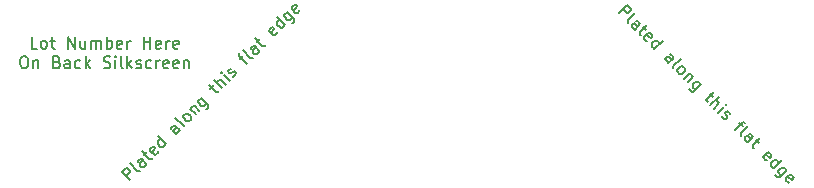
<source format=gbr>
G04 #@! TF.GenerationSoftware,KiCad,Pcbnew,(5.1.12-1-10_14)*
G04 #@! TF.CreationDate,2022-01-17T12:40:03-05:00*
G04 #@! TF.ProjectId,datum,64617475-6d2e-46b6-9963-61645f706362,rev?*
G04 #@! TF.SameCoordinates,Original*
G04 #@! TF.FileFunction,OtherDrawing,Comment*
%FSLAX46Y46*%
G04 Gerber Fmt 4.6, Leading zero omitted, Abs format (unit mm)*
G04 Created by KiCad (PCBNEW (5.1.12-1-10_14)) date 2022-01-17 12:40:03*
%MOMM*%
%LPD*%
G01*
G04 APERTURE LIST*
%ADD10C,0.150000*%
G04 APERTURE END LIST*
D10*
X12130962Y-6258800D02*
X11423855Y-5551693D01*
X11693229Y-5282319D01*
X11794245Y-5248648D01*
X11861588Y-5248648D01*
X11962603Y-5282319D01*
X12063619Y-5383335D01*
X12097290Y-5484350D01*
X12097290Y-5551693D01*
X12063619Y-5652709D01*
X11794245Y-5922083D01*
X12939084Y-5450678D02*
X12838069Y-5484350D01*
X12737054Y-5450678D01*
X12130962Y-4844587D01*
X13511504Y-4878258D02*
X13141115Y-4507869D01*
X13040099Y-4474197D01*
X12939084Y-4507869D01*
X12804397Y-4642556D01*
X12770725Y-4743571D01*
X13477832Y-4844587D02*
X13444161Y-4945602D01*
X13275802Y-5113961D01*
X13174786Y-5147632D01*
X13073771Y-5113961D01*
X13006428Y-5046617D01*
X12972756Y-4945602D01*
X13006428Y-4844587D01*
X13174786Y-4676228D01*
X13208458Y-4575213D01*
X13275802Y-4171151D02*
X13545176Y-3901777D01*
X13141115Y-3834434D02*
X13747206Y-4440526D01*
X13848222Y-4474197D01*
X13949237Y-4440526D01*
X14016580Y-4373182D01*
X14487985Y-3834434D02*
X14454313Y-3935449D01*
X14319626Y-4070136D01*
X14218611Y-4103808D01*
X14117596Y-4070136D01*
X13848222Y-3800762D01*
X13814550Y-3699747D01*
X13848222Y-3598732D01*
X13982909Y-3464045D01*
X14083924Y-3430373D01*
X14184939Y-3464045D01*
X14252283Y-3531388D01*
X13982909Y-3935449D01*
X15161420Y-3228342D02*
X14454313Y-2521236D01*
X15127748Y-3194671D02*
X15094076Y-3295686D01*
X14959389Y-3430373D01*
X14858374Y-3464045D01*
X14791031Y-3464045D01*
X14690015Y-3430373D01*
X14487985Y-3228342D01*
X14454313Y-3127327D01*
X14454313Y-3059984D01*
X14487985Y-2958968D01*
X14622672Y-2824281D01*
X14723687Y-2790610D01*
X16339931Y-2049831D02*
X15969542Y-1679442D01*
X15868527Y-1645770D01*
X15767511Y-1679442D01*
X15632824Y-1814129D01*
X15599153Y-1915144D01*
X16306259Y-2016159D02*
X16272588Y-2117175D01*
X16104229Y-2285533D01*
X16003214Y-2319205D01*
X15902198Y-2285533D01*
X15834855Y-2218190D01*
X15801183Y-2117175D01*
X15834855Y-2016159D01*
X16003214Y-1847801D01*
X16036885Y-1746785D01*
X16777664Y-1612098D02*
X16676649Y-1645770D01*
X16575633Y-1612098D01*
X15969542Y-1006007D01*
X17148053Y-1241709D02*
X17047038Y-1275381D01*
X16979694Y-1275381D01*
X16878679Y-1241709D01*
X16676649Y-1039679D01*
X16642977Y-938663D01*
X16642977Y-871320D01*
X16676649Y-770305D01*
X16777664Y-669289D01*
X16878679Y-635618D01*
X16946023Y-635618D01*
X17047038Y-669289D01*
X17249068Y-871320D01*
X17282740Y-972335D01*
X17282740Y-1039679D01*
X17249068Y-1140694D01*
X17148053Y-1241709D01*
X17215397Y-231557D02*
X17686801Y-702961D01*
X17282740Y-298900D02*
X17282740Y-231557D01*
X17316412Y-130541D01*
X17417427Y-29526D01*
X17518442Y4145D01*
X17619458Y-29526D01*
X17989847Y-399915D01*
X18158206Y711251D02*
X18730625Y138832D01*
X18764297Y37816D01*
X18764297Y-29526D01*
X18730625Y-130541D01*
X18629610Y-231557D01*
X18528595Y-265228D01*
X18595938Y273519D02*
X18562267Y172503D01*
X18427580Y37816D01*
X18326564Y4145D01*
X18259221Y4145D01*
X18158206Y37816D01*
X17956175Y239847D01*
X17922503Y340862D01*
X17922503Y408206D01*
X17956175Y509221D01*
X18090862Y643908D01*
X18191877Y677580D01*
X18932656Y1485702D02*
X19202030Y1755076D01*
X18797969Y1822419D02*
X19404061Y1216328D01*
X19505076Y1182656D01*
X19606091Y1216328D01*
X19673435Y1283671D01*
X19909137Y1519374D02*
X19202030Y2226480D01*
X20212183Y1822419D02*
X19841793Y2192809D01*
X19740778Y2226480D01*
X19639763Y2192809D01*
X19538748Y2091793D01*
X19505076Y1990778D01*
X19505076Y1923435D01*
X20548900Y2159137D02*
X20077496Y2630541D01*
X19841793Y2866244D02*
X19841793Y2798900D01*
X19909137Y2798900D01*
X19909137Y2866244D01*
X19841793Y2866244D01*
X19909137Y2798900D01*
X20818274Y2495854D02*
X20919289Y2529526D01*
X21053976Y2664213D01*
X21087648Y2765228D01*
X21053976Y2866244D01*
X21020305Y2899915D01*
X20919289Y2933587D01*
X20818274Y2899915D01*
X20717259Y2798900D01*
X20616244Y2765228D01*
X20515228Y2798900D01*
X20481557Y2832572D01*
X20447885Y2933587D01*
X20481557Y3034602D01*
X20582572Y3135618D01*
X20683587Y3169289D01*
X21424366Y3977411D02*
X21693740Y4246785D01*
X21996785Y3607022D02*
X21390694Y4213114D01*
X21357022Y4314129D01*
X21390694Y4415144D01*
X21458037Y4482488D01*
X22501862Y4112098D02*
X22400846Y4078427D01*
X22299831Y4112098D01*
X21693740Y4718190D01*
X23074281Y4684518D02*
X22703892Y5054907D01*
X22602877Y5088579D01*
X22501862Y5054907D01*
X22367175Y4920220D01*
X22333503Y4819205D01*
X23040610Y4718190D02*
X23006938Y4617175D01*
X22838579Y4448816D01*
X22737564Y4415144D01*
X22636549Y4448816D01*
X22569205Y4516159D01*
X22535533Y4617175D01*
X22569205Y4718190D01*
X22737564Y4886549D01*
X22771236Y4987564D01*
X22838579Y5391625D02*
X23107953Y5660999D01*
X22703892Y5728342D02*
X23309984Y5122251D01*
X23410999Y5088579D01*
X23512014Y5122251D01*
X23579358Y5189594D01*
X24589510Y6267090D02*
X24555838Y6166075D01*
X24421151Y6031388D01*
X24320136Y5997716D01*
X24219121Y6031388D01*
X23949747Y6300762D01*
X23916075Y6401777D01*
X23949747Y6502793D01*
X24084434Y6637480D01*
X24185449Y6671151D01*
X24286464Y6637480D01*
X24353808Y6570136D01*
X24084434Y6166075D01*
X25262945Y6873182D02*
X24555838Y7580289D01*
X25229274Y6906854D02*
X25195602Y6805838D01*
X25060915Y6671151D01*
X24959900Y6637480D01*
X24892556Y6637480D01*
X24791541Y6671151D01*
X24589510Y6873182D01*
X24555838Y6974197D01*
X24555838Y7041541D01*
X24589510Y7142556D01*
X24724197Y7277243D01*
X24825213Y7310915D01*
X25431304Y7984350D02*
X26003724Y7411930D01*
X26037396Y7310915D01*
X26037396Y7243571D01*
X26003724Y7142556D01*
X25902709Y7041541D01*
X25801693Y7007869D01*
X25869037Y7546617D02*
X25835365Y7445602D01*
X25700678Y7310915D01*
X25599663Y7277243D01*
X25532319Y7277243D01*
X25431304Y7310915D01*
X25229274Y7512945D01*
X25195602Y7613961D01*
X25195602Y7681304D01*
X25229274Y7782319D01*
X25363961Y7917006D01*
X25464976Y7950678D01*
X26475128Y8152709D02*
X26441457Y8051693D01*
X26306770Y7917006D01*
X26205754Y7883335D01*
X26104739Y7917006D01*
X25835365Y8186380D01*
X25801693Y8287396D01*
X25835365Y8388411D01*
X25970052Y8523098D01*
X26071067Y8556770D01*
X26172083Y8523098D01*
X26239426Y8455754D01*
X25970052Y8051693D01*
X4285714Y4872619D02*
X3809523Y4872619D01*
X3809523Y5872619D01*
X4761904Y4872619D02*
X4666666Y4920238D01*
X4619047Y4967857D01*
X4571428Y5063095D01*
X4571428Y5348809D01*
X4619047Y5444047D01*
X4666666Y5491666D01*
X4761904Y5539285D01*
X4904761Y5539285D01*
X5000000Y5491666D01*
X5047619Y5444047D01*
X5095238Y5348809D01*
X5095238Y5063095D01*
X5047619Y4967857D01*
X5000000Y4920238D01*
X4904761Y4872619D01*
X4761904Y4872619D01*
X5380952Y5539285D02*
X5761904Y5539285D01*
X5523809Y5872619D02*
X5523809Y5015476D01*
X5571428Y4920238D01*
X5666666Y4872619D01*
X5761904Y4872619D01*
X6857142Y4872619D02*
X6857142Y5872619D01*
X7428571Y4872619D01*
X7428571Y5872619D01*
X8333333Y5539285D02*
X8333333Y4872619D01*
X7904761Y5539285D02*
X7904761Y5015476D01*
X7952380Y4920238D01*
X8047619Y4872619D01*
X8190476Y4872619D01*
X8285714Y4920238D01*
X8333333Y4967857D01*
X8809523Y4872619D02*
X8809523Y5539285D01*
X8809523Y5444047D02*
X8857142Y5491666D01*
X8952380Y5539285D01*
X9095238Y5539285D01*
X9190476Y5491666D01*
X9238095Y5396428D01*
X9238095Y4872619D01*
X9238095Y5396428D02*
X9285714Y5491666D01*
X9380952Y5539285D01*
X9523809Y5539285D01*
X9619047Y5491666D01*
X9666666Y5396428D01*
X9666666Y4872619D01*
X10142857Y4872619D02*
X10142857Y5872619D01*
X10142857Y5491666D02*
X10238095Y5539285D01*
X10428571Y5539285D01*
X10523809Y5491666D01*
X10571428Y5444047D01*
X10619047Y5348809D01*
X10619047Y5063095D01*
X10571428Y4967857D01*
X10523809Y4920238D01*
X10428571Y4872619D01*
X10238095Y4872619D01*
X10142857Y4920238D01*
X11428571Y4920238D02*
X11333333Y4872619D01*
X11142857Y4872619D01*
X11047619Y4920238D01*
X11000000Y5015476D01*
X11000000Y5396428D01*
X11047619Y5491666D01*
X11142857Y5539285D01*
X11333333Y5539285D01*
X11428571Y5491666D01*
X11476190Y5396428D01*
X11476190Y5301190D01*
X11000000Y5205952D01*
X11904761Y4872619D02*
X11904761Y5539285D01*
X11904761Y5348809D02*
X11952380Y5444047D01*
X12000000Y5491666D01*
X12095238Y5539285D01*
X12190476Y5539285D01*
X13285714Y4872619D02*
X13285714Y5872619D01*
X13285714Y5396428D02*
X13857142Y5396428D01*
X13857142Y4872619D02*
X13857142Y5872619D01*
X14714285Y4920238D02*
X14619047Y4872619D01*
X14428571Y4872619D01*
X14333333Y4920238D01*
X14285714Y5015476D01*
X14285714Y5396428D01*
X14333333Y5491666D01*
X14428571Y5539285D01*
X14619047Y5539285D01*
X14714285Y5491666D01*
X14761904Y5396428D01*
X14761904Y5301190D01*
X14285714Y5205952D01*
X15190476Y4872619D02*
X15190476Y5539285D01*
X15190476Y5348809D02*
X15238095Y5444047D01*
X15285714Y5491666D01*
X15380952Y5539285D01*
X15476190Y5539285D01*
X16190476Y4920238D02*
X16095238Y4872619D01*
X15904761Y4872619D01*
X15809523Y4920238D01*
X15761904Y5015476D01*
X15761904Y5396428D01*
X15809523Y5491666D01*
X15904761Y5539285D01*
X16095238Y5539285D01*
X16190476Y5491666D01*
X16238095Y5396428D01*
X16238095Y5301190D01*
X15761904Y5205952D01*
X3071428Y4222619D02*
X3261904Y4222619D01*
X3357142Y4175000D01*
X3452380Y4079761D01*
X3500000Y3889285D01*
X3500000Y3555952D01*
X3452380Y3365476D01*
X3357142Y3270238D01*
X3261904Y3222619D01*
X3071428Y3222619D01*
X2976190Y3270238D01*
X2880952Y3365476D01*
X2833333Y3555952D01*
X2833333Y3889285D01*
X2880952Y4079761D01*
X2976190Y4175000D01*
X3071428Y4222619D01*
X3928571Y3889285D02*
X3928571Y3222619D01*
X3928571Y3794047D02*
X3976190Y3841666D01*
X4071428Y3889285D01*
X4214285Y3889285D01*
X4309523Y3841666D01*
X4357142Y3746428D01*
X4357142Y3222619D01*
X5928571Y3746428D02*
X6071428Y3698809D01*
X6119047Y3651190D01*
X6166666Y3555952D01*
X6166666Y3413095D01*
X6119047Y3317857D01*
X6071428Y3270238D01*
X5976190Y3222619D01*
X5595238Y3222619D01*
X5595238Y4222619D01*
X5928571Y4222619D01*
X6023809Y4175000D01*
X6071428Y4127380D01*
X6119047Y4032142D01*
X6119047Y3936904D01*
X6071428Y3841666D01*
X6023809Y3794047D01*
X5928571Y3746428D01*
X5595238Y3746428D01*
X7023809Y3222619D02*
X7023809Y3746428D01*
X6976190Y3841666D01*
X6880952Y3889285D01*
X6690476Y3889285D01*
X6595238Y3841666D01*
X7023809Y3270238D02*
X6928571Y3222619D01*
X6690476Y3222619D01*
X6595238Y3270238D01*
X6547619Y3365476D01*
X6547619Y3460714D01*
X6595238Y3555952D01*
X6690476Y3603571D01*
X6928571Y3603571D01*
X7023809Y3651190D01*
X7928571Y3270238D02*
X7833333Y3222619D01*
X7642857Y3222619D01*
X7547619Y3270238D01*
X7499999Y3317857D01*
X7452380Y3413095D01*
X7452380Y3698809D01*
X7499999Y3794047D01*
X7547619Y3841666D01*
X7642857Y3889285D01*
X7833333Y3889285D01*
X7928571Y3841666D01*
X8357142Y3222619D02*
X8357142Y4222619D01*
X8452380Y3603571D02*
X8738095Y3222619D01*
X8738095Y3889285D02*
X8357142Y3508333D01*
X9880952Y3270238D02*
X10023809Y3222619D01*
X10261904Y3222619D01*
X10357142Y3270238D01*
X10404761Y3317857D01*
X10452380Y3413095D01*
X10452380Y3508333D01*
X10404761Y3603571D01*
X10357142Y3651190D01*
X10261904Y3698809D01*
X10071428Y3746428D01*
X9976190Y3794047D01*
X9928571Y3841666D01*
X9880952Y3936904D01*
X9880952Y4032142D01*
X9928571Y4127380D01*
X9976190Y4175000D01*
X10071428Y4222619D01*
X10309523Y4222619D01*
X10452380Y4175000D01*
X10880952Y3222619D02*
X10880952Y3889285D01*
X10880952Y4222619D02*
X10833333Y4175000D01*
X10880952Y4127380D01*
X10928571Y4175000D01*
X10880952Y4222619D01*
X10880952Y4127380D01*
X11500000Y3222619D02*
X11404761Y3270238D01*
X11357142Y3365476D01*
X11357142Y4222619D01*
X11880952Y3222619D02*
X11880952Y4222619D01*
X11976190Y3603571D02*
X12261904Y3222619D01*
X12261904Y3889285D02*
X11880952Y3508333D01*
X12642857Y3270238D02*
X12738095Y3222619D01*
X12928571Y3222619D01*
X13023809Y3270238D01*
X13071428Y3365476D01*
X13071428Y3413095D01*
X13023809Y3508333D01*
X12928571Y3555952D01*
X12785714Y3555952D01*
X12690476Y3603571D01*
X12642857Y3698809D01*
X12642857Y3746428D01*
X12690476Y3841666D01*
X12785714Y3889285D01*
X12928571Y3889285D01*
X13023809Y3841666D01*
X13928571Y3270238D02*
X13833333Y3222619D01*
X13642857Y3222619D01*
X13547619Y3270238D01*
X13500000Y3317857D01*
X13452380Y3413095D01*
X13452380Y3698809D01*
X13500000Y3794047D01*
X13547619Y3841666D01*
X13642857Y3889285D01*
X13833333Y3889285D01*
X13928571Y3841666D01*
X14357142Y3222619D02*
X14357142Y3889285D01*
X14357142Y3698809D02*
X14404761Y3794047D01*
X14452380Y3841666D01*
X14547619Y3889285D01*
X14642857Y3889285D01*
X15357142Y3270238D02*
X15261904Y3222619D01*
X15071428Y3222619D01*
X14976190Y3270238D01*
X14928571Y3365476D01*
X14928571Y3746428D01*
X14976190Y3841666D01*
X15071428Y3889285D01*
X15261904Y3889285D01*
X15357142Y3841666D01*
X15404761Y3746428D01*
X15404761Y3651190D01*
X14928571Y3555952D01*
X16214285Y3270238D02*
X16119047Y3222619D01*
X15928571Y3222619D01*
X15833333Y3270238D01*
X15785714Y3365476D01*
X15785714Y3746428D01*
X15833333Y3841666D01*
X15928571Y3889285D01*
X16119047Y3889285D01*
X16214285Y3841666D01*
X16261904Y3746428D01*
X16261904Y3651190D01*
X15785714Y3555952D01*
X16690476Y3889285D02*
X16690476Y3222619D01*
X16690476Y3794047D02*
X16738095Y3841666D01*
X16833333Y3889285D01*
X16976190Y3889285D01*
X17071428Y3841666D01*
X17119047Y3746428D01*
X17119047Y3222619D01*
X53491199Y7869037D02*
X54198306Y8576144D01*
X54467680Y8306770D01*
X54501351Y8205754D01*
X54501351Y8138411D01*
X54467680Y8037396D01*
X54366664Y7936380D01*
X54265649Y7902709D01*
X54198306Y7902709D01*
X54097290Y7936380D01*
X53827916Y8205754D01*
X54299321Y7060915D02*
X54265649Y7161930D01*
X54299321Y7262945D01*
X54905412Y7869037D01*
X54871741Y6488495D02*
X55242130Y6858884D01*
X55275802Y6959900D01*
X55242130Y7060915D01*
X55107443Y7195602D01*
X55006428Y7229274D01*
X54905412Y6522167D02*
X54804397Y6555838D01*
X54636038Y6724197D01*
X54602367Y6825213D01*
X54636038Y6926228D01*
X54703382Y6993571D01*
X54804397Y7027243D01*
X54905412Y6993571D01*
X55073771Y6825213D01*
X55174786Y6791541D01*
X55578848Y6724197D02*
X55848222Y6454823D01*
X55915565Y6858884D02*
X55309473Y6252793D01*
X55275802Y6151777D01*
X55309473Y6050762D01*
X55376817Y5983419D01*
X55915565Y5512014D02*
X55814550Y5545686D01*
X55679863Y5680373D01*
X55646191Y5781388D01*
X55679863Y5882403D01*
X55949237Y6151777D01*
X56050252Y6185449D01*
X56151267Y6151777D01*
X56285954Y6017090D01*
X56319626Y5916075D01*
X56285954Y5815060D01*
X56218611Y5747716D01*
X55814550Y6017090D01*
X56521657Y4838579D02*
X57228763Y5545686D01*
X56555328Y4872251D02*
X56454313Y4905923D01*
X56319626Y5040610D01*
X56285954Y5141625D01*
X56285954Y5208968D01*
X56319626Y5309984D01*
X56521657Y5512014D01*
X56622672Y5545686D01*
X56690015Y5545686D01*
X56791031Y5512014D01*
X56925718Y5377327D01*
X56959389Y5276312D01*
X57700168Y3660068D02*
X58070557Y4030457D01*
X58104229Y4131472D01*
X58070557Y4232488D01*
X57935870Y4367175D01*
X57834855Y4400846D01*
X57733840Y3693740D02*
X57632824Y3727411D01*
X57464466Y3895770D01*
X57430794Y3996785D01*
X57464466Y4097801D01*
X57531809Y4165144D01*
X57632824Y4198816D01*
X57733840Y4165144D01*
X57902198Y3996785D01*
X58003214Y3963114D01*
X58137901Y3222335D02*
X58104229Y3323350D01*
X58137901Y3424366D01*
X58743992Y4030457D01*
X58508290Y2851946D02*
X58474618Y2952961D01*
X58474618Y3020305D01*
X58508290Y3121320D01*
X58710320Y3323350D01*
X58811336Y3357022D01*
X58878679Y3357022D01*
X58979694Y3323350D01*
X59080710Y3222335D01*
X59114381Y3121320D01*
X59114381Y3053976D01*
X59080710Y2952961D01*
X58878679Y2750931D01*
X58777664Y2717259D01*
X58710320Y2717259D01*
X58609305Y2750931D01*
X58508290Y2851946D01*
X59518442Y2784602D02*
X59047038Y2313198D01*
X59451099Y2717259D02*
X59518442Y2717259D01*
X59619458Y2683587D01*
X59720473Y2582572D01*
X59754145Y2481557D01*
X59720473Y2380541D01*
X59350084Y2010152D01*
X60461251Y1841793D02*
X59888832Y1269374D01*
X59787816Y1235702D01*
X59720473Y1235702D01*
X59619458Y1269374D01*
X59518442Y1370389D01*
X59484771Y1471404D01*
X60023519Y1404061D02*
X59922503Y1437732D01*
X59787816Y1572419D01*
X59754145Y1673435D01*
X59754145Y1740778D01*
X59787816Y1841793D01*
X59989847Y2043824D01*
X60090862Y2077496D01*
X60158206Y2077496D01*
X60259221Y2043824D01*
X60393908Y1909137D01*
X60427580Y1808122D01*
X61235702Y1067343D02*
X61505076Y797969D01*
X61572419Y1202030D02*
X60966328Y595938D01*
X60932656Y494923D01*
X60966328Y393908D01*
X61033671Y326564D01*
X61269374Y90862D02*
X61976480Y797969D01*
X61572419Y-212183D02*
X61942809Y158206D01*
X61976480Y259221D01*
X61942809Y360236D01*
X61841793Y461251D01*
X61740778Y494923D01*
X61673435Y494923D01*
X61909137Y-548900D02*
X62380541Y-77496D01*
X62616244Y158206D02*
X62548900Y158206D01*
X62548900Y90862D01*
X62616244Y90862D01*
X62616244Y158206D01*
X62548900Y90862D01*
X62245854Y-818274D02*
X62279526Y-919289D01*
X62414213Y-1053976D01*
X62515228Y-1087648D01*
X62616244Y-1053976D01*
X62649915Y-1020305D01*
X62683587Y-919289D01*
X62649915Y-818274D01*
X62548900Y-717259D01*
X62515228Y-616244D01*
X62548900Y-515228D01*
X62582572Y-481557D01*
X62683587Y-447885D01*
X62784602Y-481557D01*
X62885618Y-582572D01*
X62919289Y-683587D01*
X63727411Y-1424366D02*
X63996785Y-1693740D01*
X63357022Y-1996785D02*
X63963114Y-1390694D01*
X64064129Y-1357022D01*
X64165144Y-1390694D01*
X64232488Y-1458037D01*
X63862098Y-2501862D02*
X63828427Y-2400846D01*
X63862098Y-2299831D01*
X64468190Y-1693740D01*
X64434518Y-3074281D02*
X64804907Y-2703892D01*
X64838579Y-2602877D01*
X64804907Y-2501862D01*
X64670220Y-2367175D01*
X64569205Y-2333503D01*
X64468190Y-3040610D02*
X64367175Y-3006938D01*
X64198816Y-2838579D01*
X64165144Y-2737564D01*
X64198816Y-2636549D01*
X64266159Y-2569205D01*
X64367175Y-2535533D01*
X64468190Y-2569205D01*
X64636549Y-2737564D01*
X64737564Y-2771236D01*
X65141625Y-2838579D02*
X65410999Y-3107953D01*
X65478342Y-2703892D02*
X64872251Y-3309984D01*
X64838579Y-3410999D01*
X64872251Y-3512014D01*
X64939594Y-3579358D01*
X66017090Y-4589510D02*
X65916075Y-4555838D01*
X65781388Y-4421151D01*
X65747716Y-4320136D01*
X65781388Y-4219121D01*
X66050762Y-3949747D01*
X66151777Y-3916075D01*
X66252793Y-3949747D01*
X66387480Y-4084434D01*
X66421151Y-4185449D01*
X66387480Y-4286464D01*
X66320136Y-4353808D01*
X65916075Y-4084434D01*
X66623182Y-5262945D02*
X67330289Y-4555838D01*
X66656854Y-5229274D02*
X66555838Y-5195602D01*
X66421151Y-5060915D01*
X66387480Y-4959900D01*
X66387480Y-4892556D01*
X66421151Y-4791541D01*
X66623182Y-4589510D01*
X66724197Y-4555838D01*
X66791541Y-4555838D01*
X66892556Y-4589510D01*
X67027243Y-4724197D01*
X67060915Y-4825213D01*
X67734350Y-5431304D02*
X67161930Y-6003724D01*
X67060915Y-6037396D01*
X66993571Y-6037396D01*
X66892556Y-6003724D01*
X66791541Y-5902709D01*
X66757869Y-5801693D01*
X67296617Y-5869037D02*
X67195602Y-5835365D01*
X67060915Y-5700678D01*
X67027243Y-5599663D01*
X67027243Y-5532319D01*
X67060915Y-5431304D01*
X67262945Y-5229274D01*
X67363961Y-5195602D01*
X67431304Y-5195602D01*
X67532319Y-5229274D01*
X67667006Y-5363961D01*
X67700678Y-5464976D01*
X67902709Y-6475128D02*
X67801693Y-6441457D01*
X67667006Y-6306770D01*
X67633335Y-6205754D01*
X67667006Y-6104739D01*
X67936380Y-5835365D01*
X68037396Y-5801693D01*
X68138411Y-5835365D01*
X68273098Y-5970052D01*
X68306770Y-6071067D01*
X68273098Y-6172083D01*
X68205754Y-6239426D01*
X67801693Y-5970052D01*
M02*

</source>
